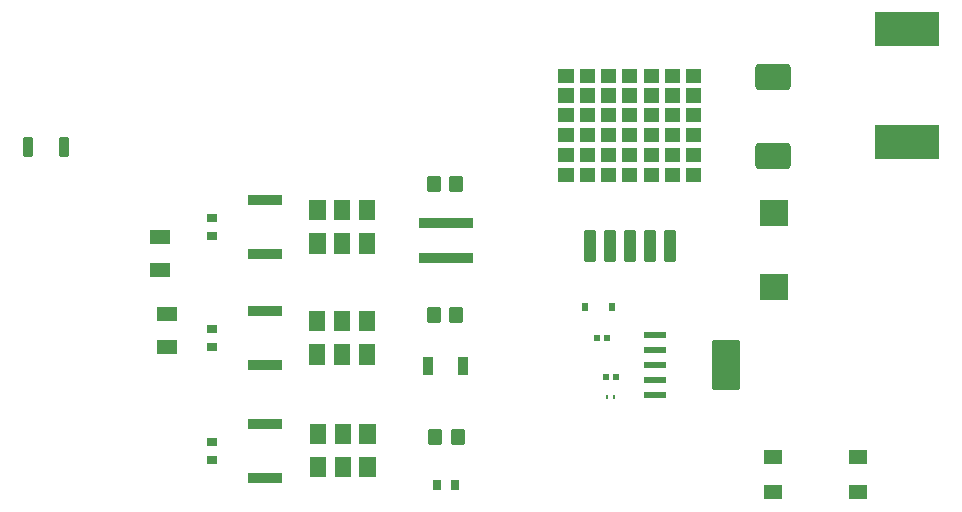
<source format=gbr>
G04 DipTrace 4.3.0.5*
G04 TopPaste.gbr*
%MOIN*%
G04 #@! TF.FileFunction,Paste,Top*
G04 #@! TF.Part,Single*
%AMOUTLINE2*
4,1,28,
0.058465,0.033812,
0.058465,-0.033812,
0.058109,-0.036514,
0.057116,-0.038911,
0.055536,-0.040969,
0.053478,-0.042549,
0.05108,-0.043542,
0.048379,-0.043898,
-0.048379,-0.043898,
-0.05108,-0.043542,
-0.053478,-0.042549,
-0.055536,-0.040969,
-0.057116,-0.038911,
-0.058109,-0.036514,
-0.058465,-0.033812,
-0.058465,0.033812,
-0.058109,0.036514,
-0.057116,0.038911,
-0.055536,0.040969,
-0.053478,0.042549,
-0.05108,0.043542,
-0.048379,0.043898,
0.048379,0.043898,
0.05108,0.043542,
0.053478,0.042549,
0.055536,0.040969,
0.057116,0.038911,
0.058109,0.036514,
0.058465,0.033812,
0*%
%AMOUTLINE5*
4,1,28,
-0.013855,0.031693,
0.013855,0.031693,
0.014742,0.031576,
0.015448,0.031284,
0.016055,0.030818,
0.01652,0.030212,
0.016812,0.029506,
0.016929,0.028619,
0.016929,-0.028619,
0.016812,-0.029506,
0.01652,-0.030212,
0.016055,-0.030818,
0.015448,-0.031284,
0.014742,-0.031576,
0.013855,-0.031693,
-0.013855,-0.031693,
-0.014742,-0.031576,
-0.015448,-0.031284,
-0.016055,-0.030818,
-0.01652,-0.030212,
-0.016812,-0.029506,
-0.016929,-0.028619,
-0.016929,0.028619,
-0.016812,0.029506,
-0.01652,0.030212,
-0.016055,0.030818,
-0.015448,0.031284,
-0.014742,0.031576,
-0.013855,0.031693,
0*%
%AMOUTLINE8*
4,1,28,
-0.023622,-0.019674,
-0.023622,0.019674,
-0.023341,0.021806,
-0.022568,0.023673,
-0.021338,0.025275,
-0.019736,0.026505,
-0.017869,0.027278,
-0.015737,0.027559,
0.015737,0.027559,
0.017869,0.027278,
0.019736,0.026505,
0.021338,0.025275,
0.022568,0.023673,
0.023341,0.021806,
0.023622,0.019674,
0.023622,-0.019674,
0.023341,-0.021806,
0.022568,-0.023673,
0.021338,-0.025275,
0.019736,-0.026505,
0.017869,-0.027278,
0.015737,-0.027559,
-0.015737,-0.027559,
-0.017869,-0.027278,
-0.019736,-0.026505,
-0.021338,-0.025275,
-0.022568,-0.023673,
-0.023341,-0.021806,
-0.023622,-0.019674,
0*%
%AMOUTLINE11*
4,1,28,
-0.019482,-0.045937,
-0.019495,0.045931,
-0.01921,0.048094,
-0.018426,0.049989,
-0.017177,0.051616,
-0.01555,0.052865,
-0.013655,0.05365,
-0.011493,0.053935,
0.011477,0.053939,
0.01364,0.053654,
0.015535,0.05287,
0.017162,0.051621,
0.018411,0.049994,
0.019197,0.048099,
0.019482,0.045937,
0.019495,-0.045931,
0.01921,-0.048094,
0.018426,-0.049989,
0.017177,-0.051616,
0.01555,-0.052865,
0.013655,-0.05365,
0.011493,-0.053935,
-0.011477,-0.053939,
-0.01364,-0.053654,
-0.015535,-0.05287,
-0.017162,-0.051621,
-0.018411,-0.049994,
-0.019197,-0.048099,
-0.019482,-0.045937,
0*%
%AMOUTLINE17*
4,1,28,
-0.035477,0.010236,
0.035477,0.010236,
0.035914,0.010179,
0.0362,0.01006,
0.036446,0.009871,
0.036635,0.009625,
0.036754,0.009339,
0.036811,0.008902,
0.036811,-0.008902,
0.036754,-0.009339,
0.036635,-0.009625,
0.036446,-0.009871,
0.0362,-0.01006,
0.035914,-0.010179,
0.035477,-0.010236,
-0.035477,-0.010236,
-0.035914,-0.010179,
-0.0362,-0.01006,
-0.036446,-0.009871,
-0.036635,-0.009625,
-0.036754,-0.009339,
-0.036811,-0.008902,
-0.036811,0.008902,
-0.036754,0.009339,
-0.036635,0.009625,
-0.036446,0.009871,
-0.0362,0.01006,
-0.035914,0.010179,
-0.035477,0.010236,
0*%
%AMOUTLINE20*
4,1,28,
-0.036871,0.083031,
0.036871,0.083031,
0.039851,0.082639,
0.042507,0.081539,
0.044788,0.079788,
0.046539,0.077507,
0.047639,0.074851,
0.048031,0.071871,
0.048031,-0.071871,
0.047639,-0.074851,
0.046539,-0.077507,
0.044788,-0.079788,
0.042507,-0.081539,
0.039851,-0.082639,
0.036871,-0.083031,
-0.036871,-0.083031,
-0.039851,-0.082639,
-0.042507,-0.081539,
-0.044788,-0.079788,
-0.046539,-0.077507,
-0.047639,-0.074851,
-0.048031,-0.071871,
-0.048031,0.071871,
-0.047639,0.074851,
-0.046539,0.077507,
-0.044788,0.079788,
-0.042507,0.081539,
-0.039851,0.082639,
-0.036871,0.083031,
0*%
%ADD92R,0.059055X0.051181*%
%ADD100R,0.034252X0.031496*%
%ADD102R,0.031496X0.034252*%
%ADD104R,0.034252X0.064173*%
%ADD106R,0.182283X0.034252*%
%ADD110R,0.114961X0.034252*%
%ADD118R,0.212598X0.114173*%
%ADD148R,0.066929X0.048031*%
%ADD150R,0.020866X0.02874*%
%ADD152R,0.011024X0.011811*%
%ADD154R,0.019685X0.022441*%
%ADD156R,0.095276X0.087008*%
%ADD164OUTLINE2*%
%ADD167OUTLINE5*%
%ADD170OUTLINE8*%
%ADD173OUTLINE11*%
%ADD179OUTLINE17*%
%ADD182OUTLINE20*%
%FSLAX26Y26*%
G04*
G70*
G90*
G75*
G01*
G04 TopPaste*
%LPD*%
D156*
X2953314Y2997993D3*
X2953309Y3242087D3*
D154*
X2362666Y2827529D3*
X2397075D3*
D152*
X2397537Y2630020D3*
X2419663D3*
D154*
X2392766Y2697630D3*
X2427175D3*
D164*
X2948260Y3696860D3*
Y3431899D3*
D150*
X2412536Y2930810D3*
X2321985D3*
D167*
X586310Y3462850D3*
X466231D3*
D148*
X906590Y3161791D3*
X906592Y3051948D3*
X930519Y2905251D3*
X930522Y2795409D3*
D118*
X3397470Y3855457D3*
Y3481441D3*
D170*
X1819569Y3339331D3*
X1894372D3*
X1819489Y2901642D3*
X1894292D3*
X1823238Y2495079D3*
X1898041D3*
G36*
X1624207Y3286519D2*
X1570663D1*
Y3218802D1*
X1624207D1*
Y3286519D1*
G37*
G36*
X1541136D2*
X1487592D1*
Y3218802D1*
X1541136D1*
Y3286519D1*
G37*
G36*
X1458065D2*
X1404522D1*
Y3218802D1*
X1458065D1*
Y3286519D1*
G37*
G36*
X1624207Y3175495D2*
X1570663D1*
Y3107779D1*
X1624207D1*
Y3175495D1*
G37*
G36*
X1541136D2*
X1487592D1*
Y3107779D1*
X1541136D1*
Y3175495D1*
G37*
G36*
X1458065D2*
X1404522D1*
Y3107779D1*
X1458065D1*
Y3175495D1*
G37*
D110*
X1257277Y3107149D3*
Y3287149D3*
G36*
X1623976Y2916499D2*
X1570432D1*
Y2848783D1*
X1623976D1*
Y2916499D1*
G37*
G36*
X1540905D2*
X1487361D1*
Y2848783D1*
X1540905D1*
Y2916499D1*
G37*
G36*
X1457834D2*
X1404291D1*
Y2848783D1*
X1457834D1*
Y2916499D1*
G37*
G36*
X1623976Y2805476D2*
X1570432D1*
Y2737759D1*
X1623976D1*
Y2805476D1*
G37*
G36*
X1540905D2*
X1487361D1*
Y2737759D1*
X1540905D1*
Y2805476D1*
G37*
G36*
X1457834D2*
X1404291D1*
Y2737759D1*
X1457834D1*
Y2805476D1*
G37*
D110*
X1257046Y2737129D3*
Y2917129D3*
G36*
X1624726Y2540690D2*
X1571183D1*
Y2472973D1*
X1624726D1*
Y2540690D1*
G37*
G36*
X1541655D2*
X1488112D1*
Y2472973D1*
X1541655D1*
Y2540690D1*
G37*
G36*
X1458585D2*
X1405041D1*
Y2472973D1*
X1458585D1*
Y2540690D1*
G37*
G36*
X1624726Y2429666D2*
X1571183D1*
Y2361949D1*
X1624726D1*
Y2429666D1*
G37*
G36*
X1541655D2*
X1488112D1*
Y2361949D1*
X1541655D1*
Y2429666D1*
G37*
G36*
X1458585D2*
X1405041D1*
Y2361949D1*
X1458585D1*
Y2429666D1*
G37*
D110*
X1257797Y2361319D3*
Y2541319D3*
D106*
X1860126Y3094422D3*
X1860114Y3210957D3*
D104*
X1798372Y2734600D3*
X1914907D3*
D102*
X1830980Y2336919D3*
X1890822D3*
D100*
X1080993Y3167459D3*
X1080987Y3227301D3*
X1080830Y2797399D3*
Y2857242D3*
X1080819Y2421220D3*
Y2481062D3*
D92*
X3234283Y2430976D3*
X2950818D3*
X3234283Y2312865D3*
X2950818D3*
D173*
X2338658Y3131706D3*
X2405587Y3131715D3*
X2472516Y3131725D3*
X2539445Y3131735D3*
X2606374Y3131744D3*
G36*
X2660229Y3724275D2*
X2710623D1*
Y3677425D1*
X2660229D1*
Y3724275D1*
G37*
G36*
X2589232Y3724265D2*
X2639625D1*
Y3677415D1*
X2589232D1*
Y3724265D1*
G37*
G36*
X2518234Y3724255D2*
X2568628D1*
Y3677404D1*
X2518234D1*
Y3724255D1*
G37*
G36*
X2447237Y3724245D2*
X2497631D1*
Y3677394D1*
X2447237D1*
Y3724245D1*
G37*
G36*
X2376240Y3724234D2*
X2426633D1*
Y3677384D1*
X2376240D1*
Y3724234D1*
G37*
G36*
X2305242Y3724224D2*
X2355636D1*
Y3677374D1*
X2305242D1*
Y3724224D1*
G37*
G36*
X2234245Y3724214D2*
X2284639D1*
Y3677364D1*
X2234245D1*
Y3724214D1*
G37*
G36*
X2660239Y3658370D2*
X2710632D1*
Y3611519D1*
X2660239D1*
Y3658370D1*
G37*
G36*
X2589241Y3658360D2*
X2639635D1*
Y3611509D1*
X2589241D1*
Y3658360D1*
G37*
G36*
X2518244Y3658349D2*
X2568638D1*
Y3611499D1*
X2518244D1*
Y3658349D1*
G37*
G36*
X2447246Y3658339D2*
X2497640D1*
Y3611489D1*
X2447246D1*
Y3658339D1*
G37*
G36*
X2376249Y3658329D2*
X2426643D1*
Y3611478D1*
X2376249D1*
Y3658329D1*
G37*
G36*
X2305252Y3658319D2*
X2355645D1*
Y3611468D1*
X2305252D1*
Y3658319D1*
G37*
G36*
X2234254Y3658308D2*
X2284648D1*
Y3611458D1*
X2234254D1*
Y3658308D1*
G37*
G36*
X2660248Y3592464D2*
X2710642D1*
Y3545614D1*
X2660248D1*
Y3592464D1*
G37*
G36*
X2589251Y3592454D2*
X2639644D1*
Y3545604D1*
X2589251D1*
Y3592454D1*
G37*
G36*
X2518253Y3592444D2*
X2568647D1*
Y3545593D1*
X2518253D1*
Y3592444D1*
G37*
G36*
X2447256Y3592434D2*
X2497650D1*
Y3545583D1*
X2447256D1*
Y3592434D1*
G37*
G36*
X2376259Y3592423D2*
X2426652D1*
Y3545573D1*
X2376259D1*
Y3592423D1*
G37*
G36*
X2305261Y3592413D2*
X2355655D1*
Y3545563D1*
X2305261D1*
Y3592413D1*
G37*
G36*
X2234264Y3592403D2*
X2284658D1*
Y3545553D1*
X2234264D1*
Y3592403D1*
G37*
G36*
X2660258Y3526559D2*
X2710651D1*
Y3479708D1*
X2660258D1*
Y3526559D1*
G37*
G36*
X2589260Y3526549D2*
X2639654D1*
Y3479698D1*
X2589260D1*
Y3526549D1*
G37*
G36*
X2518263Y3526538D2*
X2568657D1*
Y3479688D1*
X2518263D1*
Y3526538D1*
G37*
G36*
X2447265Y3526528D2*
X2497659D1*
Y3479678D1*
X2447265D1*
Y3526528D1*
G37*
G36*
X2376268Y3526518D2*
X2426662D1*
Y3479667D1*
X2376268D1*
Y3526518D1*
G37*
G36*
X2305271Y3526508D2*
X2355664D1*
Y3479657D1*
X2305271D1*
Y3526508D1*
G37*
G36*
X2234273Y3526497D2*
X2284667D1*
Y3479647D1*
X2234273D1*
Y3526497D1*
G37*
G36*
X2660267Y3460653D2*
X2710661D1*
Y3413803D1*
X2660267D1*
Y3460653D1*
G37*
G36*
X2589270Y3460643D2*
X2639663D1*
Y3413793D1*
X2589270D1*
Y3460643D1*
G37*
G36*
X2518272Y3460633D2*
X2568666D1*
Y3413782D1*
X2518272D1*
Y3460633D1*
G37*
G36*
X2447275Y3460623D2*
X2497669D1*
Y3413772D1*
X2447275D1*
Y3460623D1*
G37*
G36*
X2376278Y3460612D2*
X2426671D1*
Y3413762D1*
X2376278D1*
Y3460612D1*
G37*
G36*
X2305280Y3460602D2*
X2355674D1*
Y3413752D1*
X2305280D1*
Y3460602D1*
G37*
G36*
X2234283Y3460592D2*
X2284677D1*
Y3413741D1*
X2234283D1*
Y3460592D1*
G37*
G36*
X2660277Y3394748D2*
X2710670D1*
Y3347897D1*
X2660277D1*
Y3394748D1*
G37*
G36*
X2589279Y3394738D2*
X2639673D1*
Y3347887D1*
X2589279D1*
Y3394738D1*
G37*
G36*
X2518282Y3394727D2*
X2568676D1*
Y3347877D1*
X2518282D1*
Y3394727D1*
G37*
G36*
X2447284Y3394717D2*
X2497678D1*
Y3347867D1*
X2447284D1*
Y3394717D1*
G37*
G36*
X2376287Y3394707D2*
X2426681D1*
Y3347856D1*
X2376287D1*
Y3394707D1*
G37*
G36*
X2305290Y3394697D2*
X2355683D1*
Y3347846D1*
X2305290D1*
Y3394697D1*
G37*
G36*
X2234292Y3394686D2*
X2284686D1*
Y3347836D1*
X2234292D1*
Y3394686D1*
G37*
D179*
X2555893Y2788100D3*
Y2638100D3*
Y2838100D3*
Y2688100D3*
D182*
X2792507Y2738100D3*
D179*
X2555893D3*
M02*

</source>
